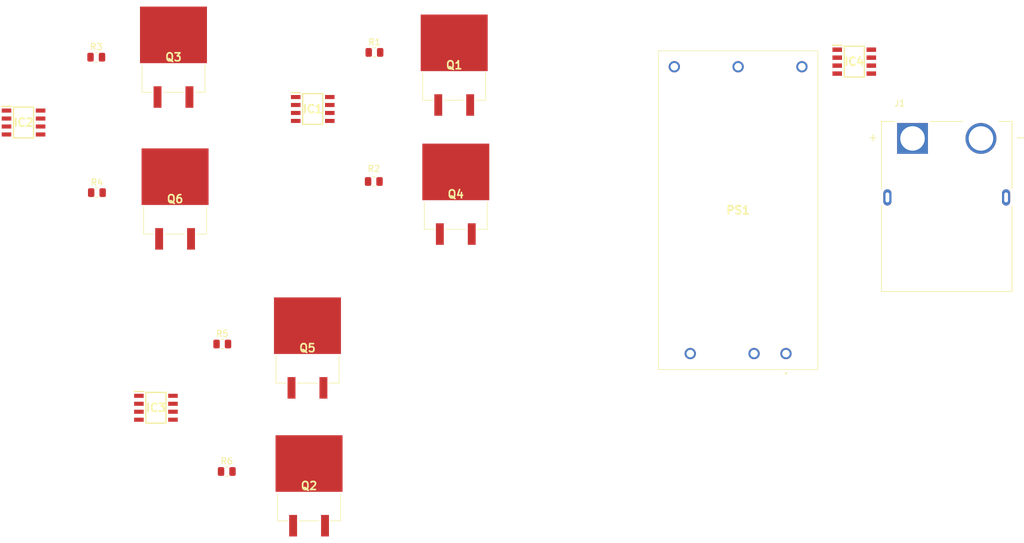
<source format=kicad_pcb>
(kicad_pcb (version 20221018) (generator pcbnew)
  (layers (0 "F.Cu" signal) (31 "B.Cu" signal) (34 "B.Paste" user) (35 "F.Paste" user) (36 "B.SilkS" user "B.Silkscreen") (37 "F.SilkS" user "F.Silkscreen") (38 "B.Mask" user) (39 "F.Mask" user) (44 "Edge.Cuts" user))
  (net 0 "")
  (net 6 "Net-(IC1-BOOTLO)")
  (net 7 "Net-(IC1-HIGHDR)")
  (net 14 "Net-(IC2-BOOTLO)")
  (net 15 "Net-(IC2-HIGHDR)")
  (net 22 "Net-(IC3-BOOTLO)")
  (net 23 "Net-(IC3-HIGHDR)")
  (net 25 "Net-(Q1-G)")
  (net 27 "Net-(Q1-S)")
  (net 28 "Net-(Q2-G)")
  (net 30 "Net-(Q2-S)")
  (net 31 "Net-(Q3-G)")
  (net 33 "Net-(Q3-S)")
  (net 34 "Net-(Q4-G)")
  (net 36 "Net-(Q5-G)")
  (net 38 "Net-(Q6-G)")
  (footprint "Resistor_SMD:R_0805_2012Metric" (layer "F.Cu") (at 69.7465 54.356)
    (fp_text reference "R3" (at 0 -1.65) (layer "F.SilkS"))
    (fp_text value "1")
    (fp_line (start -0.227064 -0.735) (end 0.227064 -0.735) (stroke (width 0.12)) (layer "F.SilkS"))
    (fp_line (start -0.227064 0.735) (end 0.227064 0.735) (stroke (width 0.12)) (layer "F.SilkS"))
    (pad "1" smd roundrect (at -0.9125 0) (size 1.025 1.4) (layers "F.Cu" "F.Paste" "F.Mask") (roundrect_rratio 0.243902) (net 15 "Net-(IC2-HIGHDR)"))
    (pad "2" smd roundrect (at 0.9125 0) (size 1.025 1.4) (layers "F.Cu" "F.Paste" "F.Mask") (roundrect_rratio 0.243902) (net 28 "Net-(Q2-G)"))
  )
  (footprint "Importés_onduleur:TPS2836DR" (layer "F.Cu") (at 79.248 110.236)
    (fp_text reference "IC3" (at 0 0) (layer "F.SilkS") (effects (font (size 1.27 1.27) (thickness 0.254))))
    (fp_text value "TPS2836DR" hide)
    (fp_line (start -3.475 -2.58) (end -1.95 -2.58) (stroke (width 0.2)) (layer "F.SilkS"))
    (fp_line (start -1.6 -2.45) (end 1.6 -2.45) (stroke (width 0.2)) (layer "F.SilkS"))
    (fp_line (start -1.6 2.45) (end -1.6 -2.45) (stroke (width 0.2)) (layer "F.SilkS"))
    (fp_line (start 1.6 -2.45) (end 1.6 2.45) (stroke (width 0.2)) (layer "F.SilkS"))
    (fp_line (start 1.6 2.45) (end -1.6 2.45) (stroke (width 0.2)) (layer "F.SilkS"))
    (pad "1" smd rect (at -2.712 -1.905 90) (size 0.65 1.525) (layers "F.Cu" "F.Paste" "F.Mask"))
    (pad "2" smd rect (at -2.712 -0.635 90) (size 0.65 1.525) (layers "F.Cu" "F.Paste" "F.Mask"))
    (pad "3" smd rect (at -2.712 0.635 90) (size 0.65 1.525) (layers "F.Cu" "F.Paste" "F.Mask"))
    (pad "4" smd rect (at -2.712 1.905 90) (size 0.65 1.525) (layers "F.Cu" "F.Paste" "F.Mask"))
    (pad "5" smd rect (at 2.712 1.905 90) (size 0.65 1.525) (layers "F.Cu" "F.Paste" "F.Mask"))
    (pad "6" smd rect (at 2.712 0.635 90) (size 0.65 1.525) (layers "F.Cu" "F.Paste" "F.Mask") (net 22 "Net-(IC3-BOOTLO)"))
    (pad "7" smd rect (at 2.712 -0.635 90) (size 0.65 1.525) (layers "F.Cu" "F.Paste" "F.Mask") (net 23 "Net-(IC3-HIGHDR)"))
    (pad "8" smd rect (at 2.712 -1.905 90) (size 0.65 1.525) (layers "F.Cu" "F.Paste" "F.Mask"))
  )
  (footprint "Resistor_SMD:R_0805_2012Metric" (layer "F.Cu") (at 113.9425 74.168)
    (fp_text reference "R2" (at 0 -2.032) (layer "F.SilkS"))
    (fp_text value "5")
    (fp_line (start -0.227064 -0.735) (end 0.227064 -0.735) (stroke (width 0.12)) (layer "F.SilkS"))
    (fp_line (start -0.227064 0.735) (end 0.227064 0.735) (stroke (width 0.12)) (layer "F.SilkS"))
    (pad "1" smd roundrect (at -0.9125 0) (size 1.025 1.4) (layers "F.Cu" "F.Paste" "F.Mask") (roundrect_rratio 0.243902) (net 6 "Net-(IC1-BOOTLO)"))
    (pad "2" smd roundrect (at 0.9125 0) (size 1.025 1.4) (layers "F.Cu" "F.Paste" "F.Mask") (roundrect_rratio 0.243902) (net 34 "Net-(Q4-G)"))
  )
  (footprint "Importés_onduleur:TEN302412WIN" (layer "F.Cu") (at 179.578 101.6)
    (fp_text reference "PS1" (at -7.62 -22.86) (layer "F.SilkS") (effects (font (size 1.27 1.27) (thickness 0.254))))
    (fp_text value "TEN_30-4813WIN" hide)
    (fp_line (start -20.32 -48.26) (end -20.32 2.54) (stroke (width 0.1)) (layer "F.SilkS"))
    (fp_line (start -20.32 2.54) (end 5.08 2.54) (stroke (width 0.1)) (layer "F.SilkS"))
    (fp_line (start 0 3.1) (end 0 3.1) (stroke (width 0.2)) (layer "F.SilkS"))
    (fp_line (start 0 3.2) (end 0 3.2) (stroke (width 0.2)) (layer "F.SilkS"))
    (fp_line (start 0 3.2) (end 0 3.2) (stroke (width 0.2)) (layer "F.SilkS"))
    (fp_line (start 5.08 -48.26) (end -20.32 -48.26) (stroke (width 0.1)) (layer "F.SilkS"))
    (fp_line (start 5.08 2.54) (end 5.08 -48.26) (stroke (width 0.1)) (layer "F.SilkS"))
    (fp_arc (start 0 3.1) (mid 0.05 3.15) (end 0 3.2) (stroke (width 0.2)) (layer "F.SilkS"))
    (fp_arc (start 0 3.1) (mid 0.05 3.15) (end 0 3.2) (stroke (width 0.2)) (layer "F.SilkS"))
    (fp_arc (start 0 3.2) (mid -0.05 3.15) (end 0 3.1) (stroke (width 0.2)) (layer "F.SilkS"))
    (pad "1" thru_hole circle (at 0 0) (size 1.8 1.8) (drill 1.2) (layers "*.Cu" "*.Mask"))
    (pad "2" thru_hole circle (at -5.08 0) (size 1.8 1.8) (drill 1.2) (layers "*.Cu" "*.Mask"))
    (pad "3" thru_hole circle (at -15.24 0) (size 1.8 1.8) (drill 1.2) (layers "*.Cu" "*.Mask"))
    (pad "4" thru_hole circle (at 2.54 -45.72) (size 1.8 1.8) (drill 1.2) (layers "*.Cu" "*.Mask"))
    (pad "5" thru_hole circle (at -7.62 -45.72) (size 1.8 1.8) (drill 1.2) (layers "*.Cu" "*.Mask"))
    (pad "6" thru_hole circle (at -17.78 -45.72) (size 1.8 1.8) (drill 1.2) (layers "*.Cu" "*.Mask"))
  )
  (footprint "Resistor_SMD:R_0805_2012Metric" (layer "F.Cu") (at 69.85 75.946)
    (fp_text reference "R4" (at 0 -1.65) (layer "F.SilkS"))
    (fp_text value "5")
    (fp_line (start -0.227064 -0.735) (end 0.227064 -0.735) (stroke (width 0.12)) (layer "F.SilkS"))
    (fp_line (start -0.227064 0.735) (end 0.227064 0.735) (stroke (width 0.12)) (layer "F.SilkS"))
    (pad "1" smd roundrect (at -0.9125 0) (size 1.025 1.4) (layers "F.Cu" "F.Paste" "F.Mask") (roundrect_rratio 0.243902) (net 14 "Net-(IC2-BOOTLO)"))
    (pad "2" smd roundrect (at 0.9125 0) (size 1.025 1.4) (layers "F.Cu" "F.Paste" "F.Mask") (roundrect_rratio 0.243902) (net 36 "Net-(Q5-G)"))
  )
  (footprint "Importés_onduleur:SUM60N1017E3" (layer "F.Cu") (at 103.632 124.079)
    (fp_text reference "Q2" (at 0 -1.397) (layer "F.SilkS") (effects (font (size 1.27 1.27) (thickness 0.254))))
    (fp_text value "SUM60N10-17-E3" hide)
    (fp_line (start -5.017 4.191) (end -5.017 -0.153) (stroke (width 0.1)) (layer "F.SilkS"))
    (fp_line (start -3.4 4.191) (end -5.017 4.191) (stroke (width 0.1)) (layer "F.SilkS"))
    (fp_line (start 1.6 4.191) (end -1.6 4.191) (stroke (width 0.1)) (layer "F.SilkS"))
    (fp_line (start 5.017 -0.153) (end 5.017 4.191) (stroke (width 0.1)) (layer "F.SilkS"))
    (fp_line (start 5.017 4.191) (end 3.4 4.191) (stroke (width 0.1)) (layer "F.SilkS"))
    (pad "1" smd rect (at -2.54 4.953) (size 1.257 3.429) (layers "F.Cu" "F.Paste" "F.Mask") (net 28 "Net-(Q2-G)"))
    (pad "2" smd rect (at 0 -4.953 90) (size 9.017 10.668) (layers "F.Cu" "F.Paste" "F.Mask"))
    (pad "3" smd rect (at 2.54 4.953) (size 1.257 3.429) (layers "F.Cu" "F.Paste" "F.Mask") (net 30 "Net-(Q2-S)"))
  )
  (footprint "Resistor_SMD:R_0805_2012Metric" (layer "F.Cu") (at 114.046 53.594)
    (fp_text reference "R1" (at 0 -1.65) (layer "F.SilkS"))
    (fp_text value "1")
    (fp_line (start -0.227064 -0.735) (end 0.227064 -0.735) (stroke (width 0.12)) (layer "F.SilkS"))
    (fp_line (start -0.227064 0.735) (end 0.227064 0.735) (stroke (width 0.12)) (layer "F.SilkS"))
    (pad "1" smd roundrect (at -0.9125 0) (size 1.025 1.4) (layers "F.Cu" "F.Paste" "F.Mask") (roundrect_rratio 0.243902) (net 7 "Net-(IC1-HIGHDR)"))
    (pad "2" smd roundrect (at 0.9125 0) (size 1.025 1.4) (layers "F.Cu" "F.Paste" "F.Mask") (roundrect_rratio 0.243902) (net 25 "Net-(Q1-G)"))
  )
  (footprint "Importés_onduleur:TPS2836DR" (layer "F.Cu") (at 104.222 62.611)
    (fp_text reference "IC1" (at 0 0) (layer "F.SilkS") (effects (font (size 1.27 1.27) (thickness 0.254))))
    (fp_text value "TPS2836DR" hide)
    (fp_line (start -3.475 -2.58) (end -1.95 -2.58) (stroke (width 0.2)) (layer "F.SilkS"))
    (fp_line (start -1.6 -2.45) (end 1.6 -2.45) (stroke (width 0.2)) (layer "F.SilkS"))
    (fp_line (start -1.6 2.45) (end -1.6 -2.45) (stroke (width 0.2)) (layer "F.SilkS"))
    (fp_line (start 1.6 -2.45) (end 1.6 2.45) (stroke (width 0.2)) (layer "F.SilkS"))
    (fp_line (start 1.6 2.45) (end -1.6 2.45) (stroke (width 0.2)) (layer "F.SilkS"))
    (pad "1" smd rect (at -2.712 -1.905 90) (size 0.65 1.525) (layers "F.Cu" "F.Paste" "F.Mask"))
    (pad "2" smd rect (at -2.712 -0.635 90) (size 0.65 1.525) (layers "F.Cu" "F.Paste" "F.Mask"))
    (pad "3" smd rect (at -2.712 0.635 90) (size 0.65 1.525) (layers "F.Cu" "F.Paste" "F.Mask"))
    (pad "4" smd rect (at -2.712 1.905 90) (size 0.65 1.525) (layers "F.Cu" "F.Paste" "F.Mask"))
    (pad "5" smd rect (at 2.712 1.905 90) (size 0.65 1.525) (layers "F.Cu" "F.Paste" "F.Mask"))
    (pad "6" smd rect (at 2.712 0.635 90) (size 0.65 1.525) (layers "F.Cu" "F.Paste" "F.Mask") (net 6 "Net-(IC1-BOOTLO)"))
    (pad "7" smd rect (at 2.712 -0.635 90) (size 0.65 1.525) (layers "F.Cu" "F.Paste" "F.Mask") (net 7 "Net-(IC1-HIGHDR)"))
    (pad "8" smd rect (at 2.712 -1.905 90) (size 0.65 1.525) (layers "F.Cu" "F.Paste" "F.Mask"))
  )
  (footprint "Resistor_SMD:R_0805_2012Metric" (layer "F.Cu") (at 89.8125 100.076)
    (fp_text reference "R5" (at 0 -1.65) (layer "F.SilkS"))
    (fp_text value "1")
    (fp_line (start -0.227064 -0.735) (end 0.227064 -0.735) (stroke (width 0.12)) (layer "F.SilkS"))
    (fp_line (start -0.227064 0.735) (end 0.227064 0.735) (stroke (width 0.12)) (layer "F.SilkS"))
    (pad "1" smd roundrect (at -0.9125 0) (size 1.025 1.4) (layers "F.Cu" "F.Paste" "F.Mask") (roundrect_rratio 0.243902) (net 23 "Net-(IC3-HIGHDR)"))
    (pad "2" smd roundrect (at 0.9125 0) (size 1.025 1.4) (layers "F.Cu" "F.Paste" "F.Mask") (roundrect_rratio 0.243902) (net 31 "Net-(Q3-G)"))
  )
  (footprint "Importés_onduleur:XT90PW-M" (layer "F.Cu") (at 205.18 76.708)
    (fp_text reference "J1" (at -7.475 -15.005) (layer "F.SilkS"))
    (fp_text value "XT90PW-M")
    (fp_line (start -11.75 -9) (end -11.75 -10) (stroke (width 0.127)) (layer "F.SilkS"))
    (fp_line (start -11.25 -9.5) (end -12.25 -9.5) (stroke (width 0.127)) (layer "F.SilkS"))
    (fp_line (start -10.4 -12.1) (end -10.4 -1.4) (stroke (width 0.127)) (layer "F.SilkS"))
    (fp_line (start -10.4 1.35) (end -10.4 15) (stroke (width 0.127)) (layer "F.SilkS"))
    (fp_line (start -10.4 15) (end 10.4 15) (stroke (width 0.127)) (layer "F.SilkS"))
    (fp_line (start -8.25 -12.1) (end -10.4 -12.1) (stroke (width 0.127)) (layer "F.SilkS"))
    (fp_line (start -2.6 -12.1) (end 2.6 -12.1) (stroke (width 0.127)) (layer "F.SilkS"))
    (fp_line (start 10.4 -12.1) (end 8.25 -12.1) (stroke (width 0.127)) (layer "F.SilkS"))
    (fp_line (start 10.4 -1.4) (end 10.4 -12.1) (stroke (width 0.127)) (layer "F.SilkS"))
    (fp_line (start 10.4 15) (end 10.4 1.35) (stroke (width 0.127)) (layer "F.SilkS"))
    (fp_line (start 11.25 -9.5) (end 12.25 -9.5) (stroke (width 0.127)) (layer "F.SilkS"))
    (pad "N" thru_hole circle (at 5.45 -9.4) (size 4.916 4.916) (drill 3.9) (layers "*.Cu" "*.Mask"))
    (pad "P" thru_hole rect (at -5.45 -9.4) (size 4.916 4.916) (drill 3.9) (layers "*.Cu" "*.Mask"))
    (pad "S1" thru_hole oval (at -9.45 0) (size 1.3 2.6) (drill oval 0.6 1.6) (layers "*.Cu" "*.Mask"))
    (pad "S2" thru_hole oval (at 9.45 0) (size 1.3 2.6) (drill oval 0.6 1.6) (layers "*.Cu" "*.Mask"))
  )
  (footprint "Importés_onduleur:SUM60N1017E3" (layer "F.Cu") (at 82.042 55.753)
    (fp_text reference "Q3" (at 0 -1.397) (layer "F.SilkS") (effects (font (size 1.27 1.27) (thickness 0.254))))
    (fp_text value "SUM60N10-17-E3" hide)
    (fp_line (start -5.017 4.191) (end -5.017 -0.153) (stroke (width 0.1)) (layer "F.SilkS"))
    (fp_line (start -3.4 4.191) (end -5.017 4.191) (stroke (width 0.1)) (layer "F.SilkS"))
    (fp_line (start 1.6 4.191) (end -1.6 4.191) (stroke (width 0.1)) (layer "F.SilkS"))
    (fp_line (start 5.017 -0.153) (end 5.017 4.191) (stroke (width 0.1)) (layer "F.SilkS"))
    (fp_line (start 5.017 4.191) (end 3.4 4.191) (stroke (width 0.1)) (layer "F.SilkS"))
    (pad "1" smd rect (at -2.54 4.953) (size 1.257 3.429) (layers "F.Cu" "F.Paste" "F.Mask") (net 31 "Net-(Q3-G)"))
    (pad "2" smd rect (at 0 -4.953 90) (size 9.017 10.668) (layers "F.Cu" "F.Paste" "F.Mask"))
    (pad "3" smd rect (at 2.54 4.953) (size 1.257 3.429) (layers "F.Cu" "F.Paste" "F.Mask") (net 33 "Net-(Q3-S)"))
  )
  (footprint "Importés_onduleur:SUM60N1017E3" (layer "F.Cu") (at 103.378 102.108)
    (fp_text reference "Q5" (at 0 -1.397) (layer "F.SilkS") (effects (font (size 1.27 1.27) (thickness 0.254))))
    (fp_text value "SUM60N10-17-E3" hide)
    (fp_line (start -5.017 4.191) (end -5.017 -0.153) (stroke (width 0.1)) (layer "F.SilkS"))
    (fp_line (start -3.4 4.191) (end -5.017 4.191) (stroke (width 0.1)) (layer "F.SilkS"))
    (fp_line (start 1.6 4.191) (end -1.6 4.191) (stroke (width 0.1)) (layer "F.SilkS"))
    (fp_line (start 5.017 -0.153) (end 5.017 4.191) (stroke (width 0.1)) (layer "F.SilkS"))
    (fp_line (start 5.017 4.191) (end 3.4 4.191) (stroke (width 0.1)) (layer "F.SilkS"))
    (pad "1" smd rect (at -2.54 4.953) (size 1.257 3.429) (layers "F.Cu" "F.Paste" "F.Mask") (net 36 "Net-(Q5-G)"))
    (pad "2" smd rect (at 0 -4.953 90) (size 9.017 10.668) (layers "F.Cu" "F.Paste" "F.Mask") (net 30 "Net-(Q2-S)"))
    (pad "3" smd rect (at 2.54 4.953) (size 1.257 3.429) (layers "F.Cu" "F.Paste" "F.Mask"))
  )
  (footprint "Resistor_SMD:R_0805_2012Metric" (layer "F.Cu") (at 90.5275 120.396)
    (fp_text reference "R6" (at 0 -1.65) (layer "F.SilkS"))
    (fp_text value "5")
    (fp_line (start -0.227064 -0.735) (end 0.227064 -0.735) (stroke (width 0.12)) (layer "F.SilkS"))
    (fp_line (start -0.227064 0.735) (end 0.227064 0.735) (stroke (width 0.12)) (layer "F.SilkS"))
    (pad "1" smd roundrect (at -0.9125 0) (size 1.025 1.4) (layers "F.Cu" "F.Paste" "F.Mask") (roundrect_rratio 0.243902) (net 22 "Net-(IC3-BOOTLO)"))
    (pad "2" smd roundrect (at 0.9125 0) (size 1.025 1.4) (layers "F.Cu" "F.Paste" "F.Mask") (roundrect_rratio 0.243902) (net 38 "Net-(Q6-G)"))
  )
  (footprint "Importés_onduleur:MCS1806GS-5-50-P" (layer "F.Cu") (at 190.458 55.065)
    (fp_text reference "IC4" (at 0 0) (layer "F.SilkS") (effects (font (size 1.27 1.27) (thickness 0.254))))
    (fp_text value "MCS1806GS-5-50-P" hide)
    (fp_line (start -3.475 -2.605) (end -1.95 -2.605) (stroke (width 0.2)) (layer "F.SilkS"))
    (fp_line (start -1.6 -2.45) (end 1.6 -2.45) (stroke (width 0.2)) (layer "F.SilkS"))
    (fp_line (start -1.6 2.45) (end -1.6 -2.45) (stroke (width 0.2)) (layer "F.SilkS"))
    (fp_line (start 1.6 -2.45) (end 1.6 2.45) (stroke (width 0.2)) (layer "F.SilkS"))
    (fp_line (start 1.6 2.45) (end -1.6 2.45) (stroke (width 0.2)) (layer "F.SilkS"))
    (pad "1" smd rect (at -2.712 -1.905 90) (size 0.7 1.525) (layers "F.Cu" "F.Paste" "F.Mask"))
    (pad "2" smd rect (at -2.712 -0.635 90) (size 0.7 1.525) (layers "F.Cu" "F.Paste" "F.Mask"))
    (pad "3" smd rect (at -2.712 0.635 90) (size 0.7 1.525) (layers "F.Cu" "F.Paste" "F.Mask"))
    (pad "4" smd rect (at -2.712 1.905 90) (size 0.7 1.525) (layers "F.Cu" "F.Paste" "F.Mask"))
    (pad "5" smd rect (at 2.712 1.905 90) (size 0.7 1.525) (layers "F.Cu" "F.Paste" "F.Mask"))
    (pad "6" smd rect (at 2.712 0.635 90) (size 0.7 1.525) (layers "F.Cu" "F.Paste" "F.Mask"))
    (pad "7" smd rect (at 2.712 -0.635 90) (size 0.7 1.525) (layers "F.Cu" "F.Paste" "F.Mask"))
    (pad "8" smd rect (at 2.712 -1.905 90) (size 0.7 1.525) (layers "F.Cu" "F.Paste" "F.Mask"))
  )
  (footprint "Importés_onduleur:SUM60N1017E3" (layer "F.Cu") (at 126.746 57.023)
    (fp_text reference "Q1" (at 0 -1.397) (layer "F.SilkS") (effects (font (size 1.27 1.27) (thickness 0.254))))
    (fp_text value "SUM60N10-17-E3" hide)
    (fp_line (start -5.017 4.191) (end -5.017 -0.153) (stroke (width 0.1)) (layer "F.SilkS"))
    (fp_line (start -3.4 4.191) (end -5.017 4.191) (stroke (width 0.1)) (layer "F.SilkS"))
    (fp_line (start 1.6 4.191) (end -1.6 4.191) (stroke (width 0.1)) (layer "F.SilkS"))
    (fp_line (start 5.017 -0.153) (end 5.017 4.191) (stroke (width 0.1)) (layer "F.SilkS"))
    (fp_line (start 5.017 4.191) (end 3.4 4.191) (stroke (width 0.1)) (layer "F.SilkS"))
    (pad "1" smd rect (at -2.54 4.953) (size 1.257 3.429) (layers "F.Cu" "F.Paste" "F.Mask") (net 25 "Net-(Q1-G)"))
    (pad "2" smd rect (at 0 -4.953 90) (size 9.017 10.668) (layers "F.Cu" "F.Paste" "F.Mask"))
    (pad "3" smd rect (at 2.54 4.953) (size 1.257 3.429) (layers "F.Cu" "F.Paste" "F.Mask") (net 27 "Net-(Q1-S)"))
  )
  (footprint "Importés_onduleur:SUM60N1017E3" (layer "F.Cu") (at 82.296 78.359)
    (fp_text reference "Q6" (at 0 -1.397) (layer "F.SilkS") (effects (font (size 1.27 1.27) (thickness 0.254))))
    (fp_text value "SUM60N10-17-E3" hide)
    (fp_line (start -5.017 4.191) (end -5.017 -0.153) (stroke (width 0.1)) (layer "F.SilkS"))
    (fp_line (start -3.4 4.191) (end -5.017 4.191) (stroke (width 0.1)) (layer "F.SilkS"))
    (fp_line (start 1.6 4.191) (end -1.6 4.191) (stroke (width 0.1)) (layer "F.SilkS"))
    (fp_line (start 5.017 -0.153) (end 5.017 4.191) (stroke (width 0.1)) (layer "F.SilkS"))
    (fp_line (start 5.017 4.191) (end 3.4 4.191) (stroke (width 0.1)) (layer "F.SilkS"))
    (pad "1" smd rect (at -2.54 4.953) (size 1.257 3.429) (layers "F.Cu" "F.Paste" "F.Mask") (net 38 "Net-(Q6-G)"))
    (pad "2" smd rect (at 0 -4.953 90) (size 9.017 10.668) (layers "F.Cu" "F.Paste" "F.Mask") (net 33 "Net-(Q3-S)"))
    (pad "3" smd rect (at 2.54 4.953) (size 1.257 3.429) (layers "F.Cu" "F.Paste" "F.Mask"))
  )
  (footprint "Importés_onduleur:TPS2836DR" (layer "F.Cu") (at 58.166 64.77)
    (fp_text reference "IC2" (at 0 0) (layer "F.SilkS") (effects (font (size 1.27 1.27) (thickness 0.254))))
    (fp_text value "TPS2836DR" hide)
    (fp_line (start -3.475 -2.58) (end -1.95 -2.58) (stroke (width 0.2)) (layer "F.SilkS"))
    (fp_line (start -1.6 -2.45) (end 1.6 -2.45) (stroke (width 0.2)) (layer "F.SilkS"))
    (fp_line (start -1.6 2.45) (end -1.6 -2.45) (stroke (width 0.2)) (layer "F.SilkS"))
    (fp_line (start 1.6 -2.45) (end 1.6 2.45) (stroke (width 0.2)) (layer "F.SilkS"))
    (fp_line (start 1.6 2.45) (end -1.6 2.45) (stroke (width 0.2)) (layer "F.SilkS"))
    (pad "1" smd rect (at -2.712 -1.905 90) (size 0.65 1.525) (layers "F.Cu" "F.Paste" "F.Mask"))
    (pad "2" smd rect (at -2.712 -0.635 90) (size 0.65 1.525) (layers "F.Cu" "F.Paste" "F.Mask"))
    (pad "3" smd rect (at -2.712 0.635 90) (size 0.65 1.525) (layers "F.Cu" "F.Paste" "F.Mask"))
    (pad "4" smd rect (at -2.712 1.905 90) (size 0.65 1.525) (layers "F.Cu" "F.Paste" "F.Mask"))
    (pad "5" smd rect (at 2.712 1.905 90) (size 0.65 1.525) (layers "F.Cu" "F.Paste" "F.Mask"))
    (pad "6" smd rect (at 2.712 0.635 90) (size 0.65 1.525) (layers "F.Cu" "F.Paste" "F.Mask") (net 14 "Net-(IC2-BOOTLO)"))
    (pad "7" smd rect (at 2.712 -0.635 90) (size 0.65 1.525) (layers "F.Cu" "F.Paste" "F.Mask") (net 15 "Net-(IC2-HIGHDR)"))
    (pad "8" smd rect (at 2.712 -1.905 90) (size 0.65 1.525) (layers "F.Cu" "F.Paste" "F.Mask"))
  )
  (footprint "Importés_onduleur:SUM60N1017E3" (layer "F.Cu") (at 127 77.597)
    (fp_text reference "Q4" (at 0 -1.397) (layer "F.SilkS") (effects (font (size 1.27 1.27) (thickness 0.254))))
    (fp_text value "SUM60N10-17-E3" hide)
    (fp_line (start -5.017 4.191) (end -5.017 -0.153) (stroke (width 0.1)) (layer "F.SilkS"))
    (fp_line (start -3.4 4.191) (end -5.017 4.191) (stroke (width 0.1)) (layer "F.SilkS"))
    (fp_line (start 1.6 4.191) (end -1.6 4.191) (stroke (width 0.1)) (layer "F.SilkS"))
    (fp_line (start 5.017 -0.153) (end 5.017 4.191) (stroke (width 0.1)) (layer "F.SilkS"))
    (fp_line (start 5.017 4.191) (end 3.4 4.191) (stroke (width 0.1)) (layer "F.SilkS"))
    (pad "1" smd rect (at -2.54 4.953) (size 1.257 3.429) (layers "F.Cu" "F.Paste" "F.Mask") (net 34 "Net-(Q4-G)"))
    (pad "2" smd rect (at 0 -4.953 90) (size 9.017 10.668) (layers "F.Cu" "F.Paste" "F.Mask") (net 27 "Net-(Q1-S)"))
    (pad "3" smd rect (at 2.54 4.953) (size 1.257 3.429) (layers "F.Cu" "F.Paste" "F.Mask"))
  )
)
</source>
